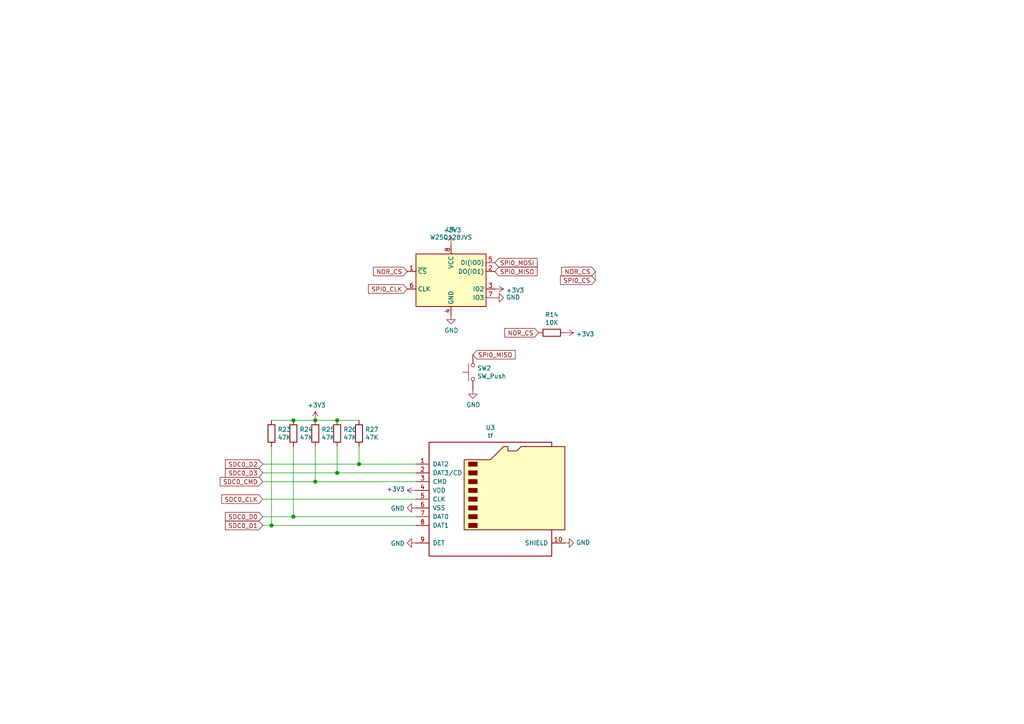
<source format=kicad_sch>
(kicad_sch (version 20210126) (generator eeschema)
  (paper "A4")
  (lib_symbols
    (symbol "Device:R" (pin_numbers hide) (pin_names (offset 0))
      (property "Reference" "R" (at 2.032 0 90))
      (property "Value" "R" (at 0 0 90))
      (symbol "R_0_1"
        (rectangle (start -1.016 -2.54) (end 1.016 2.54) (stroke (width 0.254)))
      )
      (symbol "R_1_1"
        (pin passive line (at 0 3.81 270) (length 1.27) (name "~") (number "1"))
        (pin passive line (at 0 -3.81 90) (length 1.27) (name "~") (number "2"))
      )
    )
    (symbol "Memory_Flash:W25Q128JVS"
      (property "Reference" "U" (at -8.89 8.89 0))
      (property "Value" "W25Q128JVS" (at 7.62 8.89 0))
      (symbol "W25Q128JVS_0_1"
        (rectangle (start -10.16 7.62) (end 10.16 -7.62) (stroke (width 0.254)) (fill (type background)))
      )
      (symbol "W25Q128JVS_1_1"
        (pin input line (at -12.7 2.54 0) (length 2.54) (name "~CS") (number "1"))
        (pin bidirectional line (at 12.7 2.54 180) (length 2.54) (name "DO(IO1)") (number "2"))
        (pin bidirectional line (at 12.7 -2.54 180) (length 2.54) (name "IO2") (number "3"))
        (pin power_in line (at 0 -10.16 90) (length 2.54) (name "GND") (number "4"))
        (pin bidirectional line (at 12.7 5.08 180) (length 2.54) (name "DI(IO0)") (number "5"))
        (pin input line (at -12.7 -2.54 0) (length 2.54) (name "CLK") (number "6"))
        (pin bidirectional line (at 12.7 -5.08 180) (length 2.54) (name "IO3") (number "7"))
        (pin power_in line (at 0 10.16 270) (length 2.54) (name "VCC") (number "8"))
      )
    )
    (symbol "Switch:SW_Push" (pin_numbers hide) (pin_names (offset 1.016) hide)
      (property "Reference" "SW" (at 1.27 2.54 0))
      (property "Value" "SW_Push" (at 0 -1.524 0))
      (symbol "SW_Push_0_1"
        (circle (center -2.032 0) (radius 0.508))
        (circle (center 2.032 0) (radius 0.508))
        (polyline (pts (xy 0 1.27) (xy 0 3.048)))
        (polyline (pts (xy 2.54 1.27) (xy -2.54 1.27)))
        (pin passive line (at -5.08 0 0) (length 2.54) (name "1") (number "1"))
        (pin passive line (at 5.08 0 180) (length 2.54) (name "2") (number "2"))
      )
    )
    (symbol "power:+3V3" (power) (pin_names (offset 0))
      (property "Value" "+3V3" (at 0 3.556 0))
      (symbol "+3V3_0_1"
        (polyline (pts (xy -0.762 1.27) (xy 0 2.54)))
        (polyline (pts (xy 0 0) (xy 0 2.54)))
        (polyline (pts (xy 0 2.54) (xy 0.762 1.27)))
      )
      (symbol "+3V3_1_1"
        (pin power_in line (at 0 0 90) (length 0) hide (name "+3V3") (number "1"))
      )
    )
    (symbol "power:GND" (power) (pin_names (offset 0))
      (property "Value" "GND" (at 0 -3.81 0))
      (symbol "GND_0_1"
        (polyline (pts (xy 0 0) (xy 0 -1.27) (xy 1.27 -1.27) (xy 0 -2.54) (xy -1.27 -1.27) (xy 0 -1.27)))
      )
      (symbol "GND_1_1"
        (pin power_in line (at 0 0 270) (length 0) hide (name "GND") (number "1"))
      )
    )
    (symbol "tf:tf" (pin_names (offset 1.016))
      (property "Reference" "U" (at 20.32 -15.24 0))
      (property "Value" "tf" (at -12.7 21.59 0))
      (symbol "tf_1_1"
        (rectangle (start -2.54 -4.445) (end 0 -5.715) (fill (type outline)))
        (rectangle (start -2.54 -1.905) (end 0 -3.175) (fill (type outline)))
        (rectangle (start -2.54 0.635) (end 0 -0.635) (fill (type outline)))
        (rectangle (start -2.54 3.175) (end 0 1.905) (fill (type outline)))
        (rectangle (start -2.54 5.715) (end 0 4.445) (fill (type outline)))
        (rectangle (start -2.54 8.255) (end 0 6.985) (fill (type outline)))
        (rectangle (start -2.54 10.795) (end 0 9.525) (fill (type outline)))
        (rectangle (start -2.54 13.335) (end 0 12.065) (fill (type outline)))
        (polyline (pts (xy 21.59 17.78) (xy 21.59 19.05) (xy -13.97 19.05) (xy -13.97 -13.97) (xy 21.59 -13.97) (xy 21.59 -6.35)) (stroke (width 0.254)))
        (polyline (pts (xy -3.81 -6.35) (xy -3.81 13.97) (xy 3.81 13.97) (xy 7.62 17.78) (xy 8.89 17.78) (xy 8.89 16.51) (xy 11.43 16.51) (xy 12.7 17.78) (xy 25.4 17.78) (xy 25.4 -6.35) (xy -3.81 -6.35)) (stroke (width 0.254)) (fill (type background)))
        (pin bidirectional line (at -17.78 12.7 0) (length 3.81) (name "DAT2") (number "1"))
        (pin passive line (at 25.4 -10.16 180) (length 3.81) (name "SHIELD") (number "10"))
        (pin bidirectional line (at -17.78 10.16 0) (length 3.81) (name "DAT3/CD") (number "2"))
        (pin input line (at -17.78 7.62 0) (length 3.81) (name "CMD") (number "3"))
        (pin power_in line (at -17.78 5.08 0) (length 3.81) (name "VDD") (number "4"))
        (pin input line (at -17.78 2.54 0) (length 3.81) (name "CLK") (number "5"))
        (pin power_in line (at -17.78 0 0) (length 3.81) (name "VSS") (number "6"))
        (pin bidirectional line (at -17.78 -2.54 0) (length 3.81) (name "DAT0") (number "7"))
        (pin bidirectional line (at -17.78 -5.08 0) (length 3.81) (name "DAT1") (number "8"))
        (pin passive line (at -17.78 -10.16 0) (length 3.81) (name "DET") (number "9"))
      )
    )
  )
  (junction (at 78.74 152.4) (diameter 1.016))
  (junction (at 85.09 121.92) (diameter 1.016))
  (junction (at 85.09 149.86) (diameter 1.016))
  (junction (at 91.44 121.92) (diameter 1.016))
  (junction (at 91.44 139.7) (diameter 1.016))
  (junction (at 97.79 121.92) (diameter 1.016))
  (junction (at 97.79 137.16) (diameter 1.016))
  (junction (at 104.14 134.62) (diameter 1.016))
  (wire (pts (xy 76.2 144.78) (xy 120.65 144.78)))
  (wire (pts (xy 78.74 152.4) (xy 76.2 152.4)))
  (wire (pts (xy 78.74 152.4) (xy 78.74 129.54)))
  (wire (pts (xy 85.09 121.92) (xy 78.74 121.92)))
  (wire (pts (xy 85.09 149.86) (xy 76.2 149.86)))
  (wire (pts (xy 85.09 149.86) (xy 85.09 129.54)))
  (wire (pts (xy 85.09 149.86) (xy 120.65 149.86)))
  (wire (pts (xy 91.44 121.92) (xy 85.09 121.92)))
  (wire (pts (xy 91.44 139.7) (xy 76.2 139.7)))
  (wire (pts (xy 91.44 139.7) (xy 91.44 129.54)))
  (wire (pts (xy 97.79 121.92) (xy 91.44 121.92)))
  (wire (pts (xy 97.79 137.16) (xy 76.2 137.16)))
  (wire (pts (xy 97.79 137.16) (xy 97.79 129.54)))
  (wire (pts (xy 104.14 121.92) (xy 97.79 121.92)))
  (wire (pts (xy 104.14 134.62) (xy 76.2 134.62)))
  (wire (pts (xy 104.14 134.62) (xy 104.14 129.54)))
  (wire (pts (xy 104.14 134.62) (xy 120.65 134.62)))
  (wire (pts (xy 120.65 137.16) (xy 97.79 137.16)))
  (wire (pts (xy 120.65 139.7) (xy 91.44 139.7)))
  (wire (pts (xy 120.65 152.4) (xy 78.74 152.4)))
  (wire (pts (xy 172.72 78.74) (xy 172.72 81.28)))
  (global_label "SDC0_D2" (shape input) (at 76.2 134.62 180) (property "Intersheet References" "${INTERSHEET_REFS}" (effects hide)))
  (global_label "SDC0_D3" (shape input) (at 76.2 137.16 180) (property "Intersheet References" "${INTERSHEET_REFS}" (effects hide)))
  (global_label "SDC0_CMD" (shape input) (at 76.2 139.7 180) (property "Intersheet References" "${INTERSHEET_REFS}" (effects hide)))
  (global_label "SDC0_CLK" (shape input) (at 76.2 144.78 180) (property "Intersheet References" "${INTERSHEET_REFS}" (effects hide)))
  (global_label "SDC0_D0" (shape input) (at 76.2 149.86 180) (property "Intersheet References" "${INTERSHEET_REFS}" (effects hide)))
  (global_label "SDC0_D1" (shape input) (at 76.2 152.4 180) (property "Intersheet References" "${INTERSHEET_REFS}" (effects hide)))
  (global_label "NOR_CS" (shape input) (at 118.11 78.74 180) (property "Intersheet References" "${INTERSHEET_REFS}" (effects hide)))
  (global_label "SPI0_CLK" (shape input) (at 118.11 83.82 180) (property "Intersheet References" "${INTERSHEET_REFS}" (effects hide)))
  (global_label "SPI0_MISO" (shape input) (at 137.16 102.87 0) (property "Intersheet References" "${INTERSHEET_REFS}" (effects hide)))
  (global_label "SPI0_MOSI" (shape input) (at 143.51 76.2 0) (property "Intersheet References" "${INTERSHEET_REFS}" (effects hide)))
  (global_label "SPI0_MISO" (shape input) (at 143.51 78.74 0) (property "Intersheet References" "${INTERSHEET_REFS}" (effects hide)))
  (global_label "NOR_CS" (shape input) (at 156.21 96.52 180) (property "Intersheet References" "${INTERSHEET_REFS}" (effects hide)))
  (global_label "NOR_CS" (shape input) (at 172.72 78.74 180) (property "Intersheet References" "${INTERSHEET_REFS}" (effects hide)))
  (global_label "SPI0_CS" (shape input) (at 172.72 81.28 180) (property "Intersheet References" "${INTERSHEET_REFS}" (effects hide)))
  (symbol (lib_id "power:+3V3") (at 91.44 121.92 0) (unit 1)
    (property "Reference" "#PWR0137" (effects hide))
    (property "Value" "+3V3" (at 91.821 117.5258 0))
  )
  (symbol (lib_id "power:+3V3") (at 120.65 142.24 90) (unit 1)
    (property "Reference" "#PWR0166" (effects hide))
    (property "Value" "+3V3" (at 117.3988 141.859 90) (effects (justify left)))
  )
  (symbol (lib_id "power:+3V3") (at 130.81 71.12 0) (unit 1)
    (property "Reference" "#PWR0130" (effects hide))
    (property "Value" "+3V3" (at 131.191 66.7258 0))
  )
  (symbol (lib_id "power:+3V3") (at 143.51 83.82 270) (unit 1)
    (property "Reference" "#PWR0132" (effects hide))
    (property "Value" "+3V3" (at 146.7612 84.201 90) (effects (justify left)))
  )
  (symbol (lib_id "power:+3V3") (at 163.83 96.52 270) (unit 1)
    (property "Reference" "#PWR0131" (effects hide))
    (property "Value" "+3V3" (at 167.0812 96.901 90) (effects (justify left)))
  )
  (symbol (lib_id "power:GND") (at 120.65 147.32 270) (unit 1)
    (property "Reference" "#PWR0167" (effects hide))
    (property "Value" "GND" (at 117.3988 147.447 90) (effects (justify right)))
  )
  (symbol (lib_id "power:GND") (at 120.65 157.48 270) (unit 1)
    (property "Reference" "#PWR0168" (effects hide))
    (property "Value" "GND" (at 117.3988 157.607 90) (effects (justify right)))
  )
  (symbol (lib_id "power:GND") (at 130.81 91.44 0) (unit 1)
    (property "Reference" "#PWR0133" (effects hide))
    (property "Value" "GND" (at 130.937 95.8342 0))
  )
  (symbol (lib_id "power:GND") (at 137.16 113.03 0) (unit 1)
    (property "Reference" "#PWR0191" (effects hide))
    (property "Value" "GND" (at 137.287 117.4242 0))
  )
  (symbol (lib_id "power:GND") (at 143.51 86.36 90) (unit 1)
    (property "Reference" "#PWR0129" (effects hide))
    (property "Value" "GND" (at 146.7612 86.233 90) (effects (justify right)))
  )
  (symbol (lib_id "power:GND") (at 163.83 157.48 90) (unit 1)
    (property "Reference" "#PWR0169" (effects hide))
    (property "Value" "GND" (at 167.0812 157.353 90) (effects (justify right)))
  )
  (symbol (lib_id "Device:R") (at 78.74 125.73 0) (unit 1)
    (property "Reference" "R23" (at 80.518 124.5616 0) (effects (justify left)))
    (property "Value" "47K" (at 80.518 126.873 0) (effects (justify left)))
    (property "Footprint" "Resistor_SMD:R_0603_1608Metric" (effects hide))
  )
  (symbol (lib_id "Device:R") (at 85.09 125.73 0) (unit 1)
    (property "Reference" "R24" (at 86.868 124.5616 0) (effects (justify left)))
    (property "Value" "47K" (at 86.868 126.873 0) (effects (justify left)))
    (property "Footprint" "Resistor_SMD:R_0603_1608Metric" (effects hide))
  )
  (symbol (lib_id "Device:R") (at 91.44 125.73 0) (unit 1)
    (property "Reference" "R25" (at 93.218 124.5616 0) (effects (justify left)))
    (property "Value" "47K" (at 93.218 126.873 0) (effects (justify left)))
    (property "Footprint" "Resistor_SMD:R_0603_1608Metric" (effects hide))
  )
  (symbol (lib_id "Device:R") (at 97.79 125.73 0) (unit 1)
    (property "Reference" "R26" (at 99.568 124.5616 0) (effects (justify left)))
    (property "Value" "47K" (at 99.568 126.873 0) (effects (justify left)))
    (property "Footprint" "Resistor_SMD:R_0603_1608Metric" (effects hide))
  )
  (symbol (lib_id "Device:R") (at 104.14 125.73 0) (unit 1)
    (property "Reference" "R27" (at 105.918 124.5616 0) (effects (justify left)))
    (property "Value" "47K" (at 105.918 126.873 0) (effects (justify left)))
    (property "Footprint" "Resistor_SMD:R_0603_1608Metric" (effects hide))
  )
  (symbol (lib_id "Device:R") (at 160.02 96.52 270) (unit 1)
    (property "Reference" "R14" (at 160.02 91.2622 90))
    (property "Value" "10K" (at 160.02 93.5736 90))
    (property "Footprint" "Resistor_SMD:R_0603_1608Metric" (effects hide))
  )
  (symbol (lib_id "Switch:SW_Push") (at 137.16 107.95 90) (unit 1)
    (property "Reference" "SW2" (at 138.3792 106.7816 90) (effects (justify right)))
    (property "Value" "SW_Push" (at 138.3792 109.093 90) (effects (justify right)))
    (property "Footprint" "Button_Switch_SMD:SW_Push_SPST_NO_Alps_SKRK" (effects hide))
  )
  (symbol (lib_id "Memory_Flash:W25Q128JVS") (at 130.81 81.28 0) (unit 1)
    (property "Reference" "U4" (at 130.81 66.5226 0))
    (property "Value" "W25Q128JVS" (at 130.81 68.834 0))
    (property "Footprint" "Package_SO:SOIC-8_5.23x5.23mm_P1.27mm" (effects hide))
    (property "Datasheet" "http://www.winbond.com/resource-files/w25q128jv_dtr%20revc%2003272018%20plus.pdf" (effects hide))
  )
  (symbol (lib_id "tf:tf") (at 138.43 147.32 0) (unit 1)
    (property "Reference" "U3" (at 142.24 124.0282 0))
    (property "Value" "tf" (at 142.24 126.3396 0))
    (property "Footprint" "tf:tf_lock" (effects hide))
  )
)
</source>
